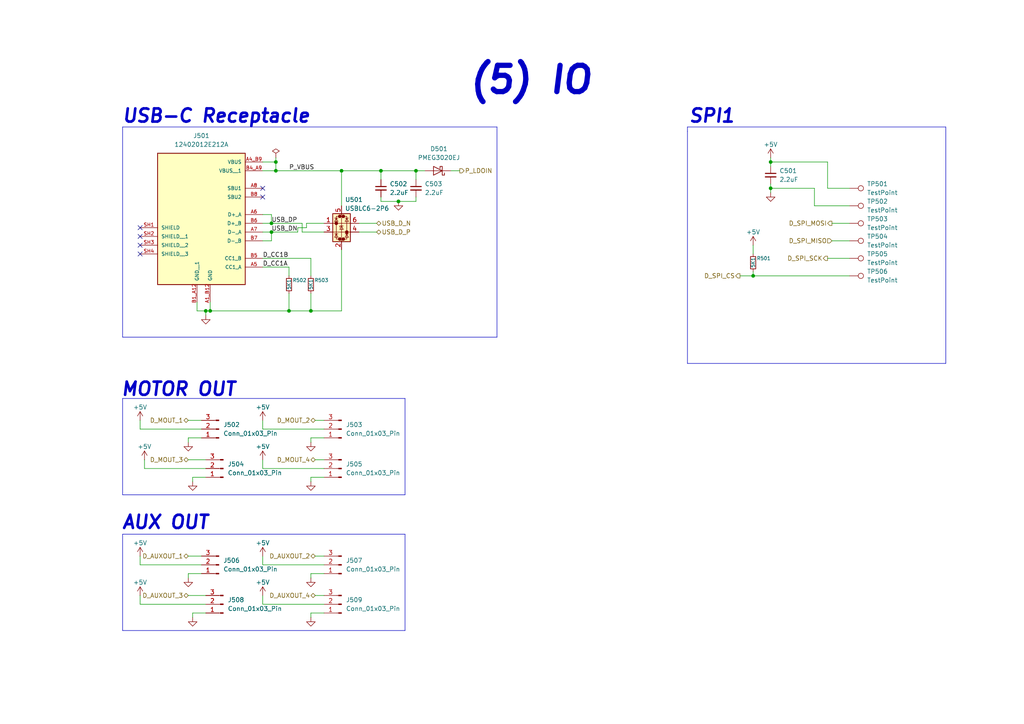
<source format=kicad_sch>
(kicad_sch (version 20250114) (generator "eeschema") (generator_version "9.0")
  (paper "A4")
  (title_block (title "Udayate") (date "2025-08-24") (rev "1"))
  (lib_symbols
    (symbol "Amphenol Type C:12402012E212A" (pin_names (offset 1.016))
      (property "Reference" "J2" (at 0 17.78 0))
      (property "Value" "12402012E212A" (at 0 15.24 0))
      (symbol "12402012E212A_0_0"
        (rectangle (start -12.7 12.7) (end 12.7 -25.4) (stroke (width 0.254)) (fill (type background)))
        (pin passive line (at -17.78 -8.89 0) (length 5.08) (name "SHIELD") (number "SH1"))
        (pin passive line (at -17.78 -11.43 0) (length 5.08) (name "SHIELD__1") (number "SH2"))
        (pin passive line (at -17.78 -13.97 0) (length 5.08) (name "SHIELD__2") (number "SH3"))
        (pin passive line (at -17.78 -16.51 0) (length 5.08) (name "SHIELD__3") (number "SH4"))
        (pin power_in line (at -1.27 -30.48 90) (length 5.08) (name "GND__1") (number "B1_A12"))
        (pin power_in line (at 2.54 -30.48 90) (length 5.08) (name "GND") (number "A1_B12"))
        (pin power_in line (at 17.78 10.16 180) (length 5.08) (name "VBUS") (number "A4_B9"))
        (pin power_in line (at 17.78 7.62 180) (length 5.08) (name "VBUS__1") (number "B4_A9"))
        (pin bidirectional line (at 17.78 2.54 180) (length 5.08) (name "SBU1") (number "A8"))
        (pin bidirectional line (at 17.78 0 180) (length 5.08) (name "SBU2") (number "B8"))
        (pin bidirectional line (at 17.78 -5.08 180) (length 5.08) (name "D+_A") (number "A6"))
        (pin bidirectional line (at 17.78 -7.62 180) (length 5.08) (name "D+_B") (number "B6"))
        (pin bidirectional line (at 17.78 -10.16 180) (length 5.08) (name "D-_A") (number "A7"))
        (pin bidirectional line (at 17.78 -12.7 180) (length 5.08) (name "D-_B") (number "B7"))
        (pin bidirectional line (at 17.78 -17.78 180) (length 5.08) (name "CC1_B") (number "B5"))
        (pin bidirectional line (at 17.78 -20.32 180) (length 5.08) (name "CC1_A") (number "A5"))
      )
    )
    (symbol "Connector:Conn_01x03_Pin" (pin_names (offset 1.016) (hide yes))
      (property "Reference" "J" (at 0 5.08 0))
      (property "Value" "Conn_01x03_Pin" (at 0 -5.08 0))
      (symbol "Conn_01x03_Pin_1_1"
        (rectangle (start 0.8636 2.667) (end 0 2.413) (stroke (width 0.1524)) (fill (type outline)))
        (rectangle (start 0.8636 0.127) (end 0 -0.127) (stroke (width 0.1524)) (fill (type outline)))
        (rectangle (start 0.8636 -2.413) (end 0 -2.667) (stroke (width 0.1524)) (fill (type outline)))
        (polyline (pts (xy 1.27 2.54) (xy 0.8636 2.54)) (stroke (width 0.1524)))
        (polyline (pts (xy 1.27 0) (xy 0.8636 0)) (stroke (width 0.1524)))
        (polyline (pts (xy 1.27 -2.54) (xy 0.8636 -2.54)) (stroke (width 0.1524)))
        (pin passive line (at 5.08 2.54 180) (length 3.81) (name "Pin_1") (number "1"))
        (pin passive line (at 5.08 0 180) (length 3.81) (name "Pin_2") (number "2"))
        (pin passive line (at 5.08 -2.54 180) (length 3.81) (name "Pin_3") (number "3"))
      )
    )
    (symbol "Connector:TestPoint" (pin_numbers (hide yes)) (pin_names (offset 0.762) (hide yes))
      (property "Reference" "TP" (at 0 6.858 0))
      (property "Value" "TestPoint" (at 0 5.08 0))
      (symbol "TestPoint_0_1"
        (circle (center 0 3.302) (radius 0.762))
      )
      (symbol "TestPoint_1_1"
        (pin passive line (at 0 0 90) (length 2.54) (name "1") (number "1"))
      )
    )
    (symbol "Device:C_Small" (pin_numbers (hide yes)) (pin_names (offset 0.254) (hide yes))
      (property "Reference" "C" (at 0.254 1.778 0))
      (property "Value" "C_Small" (at 0.254 -2.032 0))
      (symbol "C_Small_0_1"
        (polyline (pts (xy -1.524 0.508) (xy 1.524 0.508)) (stroke (width 0.3048)))
        (polyline (pts (xy -1.524 -0.508) (xy 1.524 -0.508)) (stroke (width 0.3302)))
      )
      (symbol "C_Small_1_1"
        (pin passive line (at 0 2.54 270) (length 2.032) (name "~") (number "1"))
        (pin passive line (at 0 -2.54 90) (length 2.032) (name "~") (number "2"))
      )
    )
    (symbol "Device:R_Small" (pin_numbers (hide yes)) (pin_names (offset 0.254) (hide yes))
      (property "Reference" "R" (at 0 0 90))
      (property "Value" "R_Small" (at 1.778 0 90))
      (symbol "R_Small_0_1"
        (rectangle (start -0.762 1.778) (end 0.762 -1.778) (stroke (width 0.2032)))
      )
      (symbol "R_Small_1_1"
        (pin passive line (at 0 2.54 270) (length 0.762) (name "~") (number "1"))
        (pin passive line (at 0 -2.54 90) (length 0.762) (name "~") (number "2"))
      )
    )
    (symbol "Diode:PMEG3020EJ" (pin_numbers (hide yes)) (pin_names (hide yes))
      (property "Reference" "D" (at 0 2.54 0))
      (property "Value" "PMEG3020EJ" (at 0 -2.54 0))
      (symbol "PMEG3020EJ_0_1"
        (polyline (pts (xy -1.905 0.635) (xy -1.905 1.27) (xy -1.27 1.27) (xy -1.27 -1.27) (xy -0.635 -1.27) (xy -0.635 -0.635)) (stroke (width 0.2032)))
        (polyline (pts (xy 1.27 1.27) (xy 1.27 -1.27) (xy -1.27 0) (xy 1.27 1.27)) (stroke (width 0.2032)))
        (polyline (pts (xy 1.27 0) (xy -1.27 0)))
      )
      (symbol "PMEG3020EJ_1_1"
        (pin passive line (at -3.81 0 0) (length 2.54) (name "K") (number "1"))
        (pin passive line (at 3.81 0 180) (length 2.54) (name "A") (number "2"))
      )
    )
    (symbol "Power_Protection:USBLC6-2P6" (pin_names (hide yes))
      (property "Reference" "U" (at 0.635 5.715 0))
      (property "Value" "USBLC6-2P6" (at 0.635 3.81 0))
      (symbol "USBLC6-2P6_0_0"
        (circle (center -1.524 0) (radius 0.0001) (stroke (width 0.508)))
        (circle (center -0.508 2.032) (radius 0.0001) (stroke (width 0.508)))
        (circle (center -0.508 -4.572) (radius 0.0001) (stroke (width 0.508)))
        (circle (center 0.508 2.032) (radius 0.0001) (stroke (width 0.508)))
        (circle (center 0.508 -4.572) (radius 0.0001) (stroke (width 0.508)))
        (circle (center 1.524 -2.54) (radius 0.0001) (stroke (width 0.508)))
      )
      (symbol "USBLC6-2P6_0_1"
        (polyline (pts (xy -2.54 0) (xy 2.54 0)))
        (polyline (pts (xy -2.54 -2.54) (xy 2.54 -2.54)))
        (polyline (pts (xy -2.032 0.508) (xy -1.016 0.508) (xy -1.524 1.524) (xy -2.032 0.508)))
        (polyline (pts (xy -2.032 -3.048) (xy -1.016 -3.048)))
        (polyline (pts (xy -1.016 1.524) (xy -2.032 1.524)))
        (polyline (pts (xy -1.016 -4.064) (xy -2.032 -4.064) (xy -1.524 -3.048) (xy -1.016 -4.064)))
        (polyline (pts (xy -0.508 -1.143) (xy -0.508 -0.762) (xy 0.508 -0.762)))
        (polyline (pts (xy 0 2.54) (xy -0.508 2.032) (xy 0.508 2.032) (xy 0 1.524) (xy 0 -4.064) (xy -0.508 -4.572) (xy 0.508 -4.572) (xy 0 -5.08)))
        (polyline (pts (xy 0.508 -1.778) (xy -0.508 -1.778) (xy 0 -0.762) (xy 0.508 -1.778)))
        (polyline (pts (xy 1.016 1.524) (xy 2.032 1.524)))
        (polyline (pts (xy 1.016 -3.048) (xy 2.032 -3.048)))
        (polyline (pts (xy 2.032 0.508) (xy 1.016 0.508) (xy 1.524 1.524) (xy 2.032 0.508)))
        (polyline (pts (xy 2.032 -4.064) (xy 1.016 -4.064) (xy 1.524 -3.048) (xy 2.032 -4.064)))
      )
      (symbol "USBLC6-2P6_1_1"
        (rectangle (start -2.54 2.794) (end 2.54 -5.334) (stroke (width 0.254)) (fill (type background)))
        (polyline (pts (xy -0.508 2.032) (xy -1.524 2.032) (xy -1.524 -4.572) (xy -0.508 -4.572)))
        (polyline (pts (xy 0.508 -4.572) (xy 1.524 -4.572) (xy 1.524 2.032) (xy 0.508 2.032)))
        (pin passive line (at -5.08 0 0) (length 2.54) (name "I/O1") (number "1"))
        (pin passive line (at -5.08 -2.54 0) (length 2.54) (name "I/O2") (number "3"))
        (pin passive line (at 0 5.08 270) (length 2.54) (name "VBUS") (number "5"))
        (pin passive line (at 0 -7.62 90) (length 2.54) (name "GND") (number "2"))
        (pin passive line (at 5.08 0 180) (length 2.54) (name "I/O1") (number "6"))
        (pin passive line (at 5.08 -2.54 180) (length 2.54) (name "I/O2") (number "4"))
      )
    )
    (symbol "power:+5V" (power) (pin_numbers (hide yes)) (pin_names (offset 0) (hide yes))
      (property "Value" "+5V" (at 0 3.556 0))
      (symbol "+5V_0_1"
        (polyline (pts (xy -0.762 1.27) (xy 0 2.54)))
        (polyline (pts (xy 0 2.54) (xy 0.762 1.27)))
        (polyline (pts (xy 0 0) (xy 0 2.54)))
      )
      (symbol "+5V_1_1"
        (pin power_in line (at 0 0 90) (length 0) (name "~") (number "1"))
      )
    )
    (symbol "power:GND" (power) (pin_numbers (hide yes)) (pin_names (offset 0) (hide yes))
      (property "Value" "GND" (at 0 -3.81 0))
      (symbol "GND_0_1"
        (polyline (pts (xy 0 0) (xy 0 -1.27) (xy 1.27 -1.27) (xy 0 -2.54) (xy -1.27 -1.27) (xy 0 -1.27)))
      )
      (symbol "GND_1_1"
        (pin power_in line (at 0 0 270) (length 0) (name "~") (number "1"))
      )
    )
    (symbol "power:PWR_FLAG" (power) (pin_numbers (hide yes)) (pin_names (offset 0) (hide yes))
      (property "Value" "PWR_FLAG" (at 0 3.81 0))
      (symbol "PWR_FLAG_0_0"
        (pin power_out line (at 0 0 90) (length 0) (name "~") (number "1"))
      )
      (symbol "PWR_FLAG_0_1"
        (polyline (pts (xy 0 0) (xy 0 1.27) (xy -1.016 1.905) (xy 0 2.54) (xy 1.016 1.905) (xy 0 1.27)))
      )
    )
  )
  (text "MOTOR OUT" (at 51.816 113.03 0) (effects (font (size 3.81 3.81) (thickness 0.762) (bold yes) (italic yes))))
  (text "SPI1" (at 206.502 33.782 0) (effects (font (size 3.81 3.81) (thickness 0.762) (bold yes) (italic yes))))
  (text "USB-C Receptacle" (at 62.738 33.782 0) (effects (font (size 3.81 3.81) (thickness 0.762) (bold yes) (italic yes))))
  (text "(5) IO" (at 153.924 23.368 0) (effects (font (size 7.62 7.62) (thickness 1.524) (bold yes) (italic yes))))
  (text "AUX OUT" (at 48.006 151.638 0) (effects (font (size 3.81 3.81) (thickness 0.762) (bold yes) (italic yes))))
  (junction (at 83.82 90.17))
  (junction (at 78.74 67.31))
  (junction (at 223.52 46.99))
  (junction (at 80.01 49.53))
  (junction (at 110.49 49.53))
  (junction (at 218.44 80.01))
  (junction (at 60.96 90.17))
  (junction (at 115.57 58.42))
  (junction (at 99.06 49.53))
  (junction (at 120.65 49.53))
  (junction (at 90.17 90.17))
  (junction (at 78.74 64.77))
  (junction (at 80.01 46.99))
  (junction (at 223.52 54.61))
  (junction (at 59.69 90.17))
  (no_connect (at 40.64 68.58))
  (no_connect (at 40.64 73.66))
  (no_connect (at 76.2 57.15))
  (no_connect (at 40.64 71.12))
  (no_connect (at 76.2 54.61))
  (no_connect (at 40.64 66.04))
  (polyline (pts (xy 199.39 38.1) (xy 199.39 105.41)))
  (wire (pts (xy 76.2 175.26) (xy 93.98 175.26)))
  (wire (pts (xy 54.61 128.27) (xy 54.61 127)))
  (wire (pts (xy 93.98 64.77) (xy 88.9 64.77)))
  (wire (pts (xy 76.2 74.93) (xy 90.17 74.93)))
  (wire (pts (xy 90.17 128.27) (xy 90.17 127)))
  (wire (pts (xy 57.15 87.63) (xy 57.15 90.17)))
  (wire (pts (xy 78.74 67.31) (xy 86.36 67.31)))
  (wire (pts (xy 83.82 85.09) (xy 83.82 90.17)))
  (wire (pts (xy 246.38 54.61) (xy 240.03 54.61)))
  (wire (pts (xy 91.44 133.35) (xy 93.98 133.35)))
  (wire (pts (xy 54.61 167.64) (xy 54.61 166.37)))
  (wire (pts (xy 41.91 135.89) (xy 59.69 135.89)))
  (wire (pts (xy 214.63 80.01) (xy 218.44 80.01)))
  (wire (pts (xy 223.52 54.61) (xy 223.52 55.88)))
  (wire (pts (xy 76.2 172.72) (xy 76.2 175.26)))
  (wire (pts (xy 40.64 161.29) (xy 40.64 163.83)))
  (wire (pts (xy 110.49 58.42) (xy 115.57 58.42)))
  (polyline (pts (xy 199.39 36.83) (xy 199.39 38.1)))
  (wire (pts (xy 90.17 166.37) (xy 93.98 166.37)))
  (wire (pts (xy 120.65 57.15) (xy 120.65 58.42)))
  (wire (pts (xy 76.2 46.99) (xy 80.01 46.99)))
  (wire (pts (xy 40.64 121.92) (xy 40.64 124.46)))
  (wire (pts (xy 55.88 177.8) (xy 59.69 177.8)))
  (wire (pts (xy 130.81 49.53) (xy 133.35 49.53)))
  (wire (pts (xy 218.44 71.12) (xy 218.44 73.66)))
  (wire (pts (xy 76.2 161.29) (xy 76.2 163.83)))
  (wire (pts (xy 223.52 46.99) (xy 223.52 48.26)))
  (wire (pts (xy 218.44 78.74) (xy 218.44 80.01)))
  (polyline (pts (xy 35.56 97.79) (xy 144.145 97.79)))
  (wire (pts (xy 87.63 67.31) (xy 87.63 64.77)))
  (wire (pts (xy 99.06 72.39) (xy 99.06 90.17)))
  (wire (pts (xy 54.61 121.92) (xy 58.42 121.92)))
  (polyline (pts (xy 35.56 143.51) (xy 117.475 143.51)))
  (wire (pts (xy 54.61 127) (xy 58.42 127)))
  (wire (pts (xy 59.69 90.17) (xy 60.96 90.17)))
  (wire (pts (xy 76.2 121.92) (xy 76.2 124.46)))
  (wire (pts (xy 241.3 69.85) (xy 246.38 69.85)))
  (wire (pts (xy 80.01 46.99) (xy 80.01 49.53)))
  (wire (pts (xy 40.64 163.83) (xy 58.42 163.83)))
  (wire (pts (xy 80.01 45.72) (xy 80.01 46.99)))
  (wire (pts (xy 241.3 64.77) (xy 246.38 64.77)))
  (wire (pts (xy 90.17 179.07) (xy 90.17 177.8)))
  (wire (pts (xy 91.44 172.72) (xy 93.98 172.72)))
  (wire (pts (xy 110.49 49.53) (xy 110.49 52.07)))
  (wire (pts (xy 54.61 166.37) (xy 58.42 166.37)))
  (wire (pts (xy 90.17 127) (xy 93.98 127)))
  (polyline (pts (xy 35.56 36.83) (xy 35.56 97.79)))
  (wire (pts (xy 218.44 80.01) (xy 246.38 80.01)))
  (wire (pts (xy 90.17 139.7) (xy 90.17 138.43)))
  (wire (pts (xy 76.2 163.83) (xy 93.98 163.83)))
  (wire (pts (xy 40.64 172.72) (xy 40.64 175.26)))
  (wire (pts (xy 40.64 175.26) (xy 59.69 175.26)))
  (wire (pts (xy 76.2 69.85) (xy 78.74 69.85)))
  (wire (pts (xy 76.2 133.35) (xy 76.2 135.89)))
  (wire (pts (xy 90.17 138.43) (xy 93.98 138.43)))
  (wire (pts (xy 236.22 59.69) (xy 236.22 54.61)))
  (wire (pts (xy 110.49 49.53) (xy 120.65 49.53)))
  (wire (pts (xy 88.9 66.04) (xy 86.36 66.04)))
  (wire (pts (xy 76.2 49.53) (xy 80.01 49.53)))
  (wire (pts (xy 83.82 77.47) (xy 83.82 80.01)))
  (polyline (pts (xy 117.475 143.51) (xy 117.475 115.57)))
  (wire (pts (xy 90.17 167.64) (xy 90.17 166.37)))
  (wire (pts (xy 55.88 138.43) (xy 59.69 138.43)))
  (wire (pts (xy 76.2 124.46) (xy 93.98 124.46)))
  (wire (pts (xy 88.9 64.77) (xy 88.9 66.04)))
  (polyline (pts (xy 35.56 36.83) (xy 144.145 36.83)))
  (wire (pts (xy 90.17 74.93) (xy 90.17 80.01)))
  (wire (pts (xy 76.2 62.23) (xy 78.74 62.23)))
  (wire (pts (xy 240.03 54.61) (xy 240.03 46.99)))
  (wire (pts (xy 57.15 90.17) (xy 59.69 90.17)))
  (wire (pts (xy 60.96 87.63) (xy 60.96 90.17)))
  (wire (pts (xy 76.2 67.31) (xy 78.74 67.31)))
  (wire (pts (xy 120.65 49.53) (xy 120.65 52.07)))
  (wire (pts (xy 76.2 64.77) (xy 78.74 64.77)))
  (polyline (pts (xy 35.56 115.57) (xy 117.475 115.57)))
  (wire (pts (xy 78.74 62.23) (xy 78.74 64.77)))
  (wire (pts (xy 54.61 161.29) (xy 58.42 161.29)))
  (wire (pts (xy 93.98 67.31) (xy 87.63 67.31)))
  (wire (pts (xy 40.64 124.46) (xy 58.42 124.46)))
  (wire (pts (xy 83.82 90.17) (xy 90.17 90.17)))
  (wire (pts (xy 80.01 49.53) (xy 99.06 49.53)))
  (wire (pts (xy 236.22 54.61) (xy 223.52 54.61)))
  (wire (pts (xy 223.52 45.72) (xy 223.52 46.99)))
  (wire (pts (xy 99.06 49.53) (xy 99.06 59.69)))
  (polyline (pts (xy 35.56 154.94) (xy 117.475 154.94)))
  (wire (pts (xy 59.69 90.17) (xy 59.69 91.44)))
  (wire (pts (xy 76.2 135.89) (xy 93.98 135.89)))
  (wire (pts (xy 60.96 90.17) (xy 83.82 90.17)))
  (wire (pts (xy 240.03 46.99) (xy 223.52 46.99)))
  (polyline (pts (xy 35.56 182.88) (xy 117.475 182.88)))
  (wire (pts (xy 90.17 85.09) (xy 90.17 90.17)))
  (wire (pts (xy 86.36 66.04) (xy 86.36 67.31)))
  (wire (pts (xy 91.44 121.92) (xy 93.98 121.92)))
  (wire (pts (xy 104.14 64.77) (xy 109.22 64.77)))
  (wire (pts (xy 90.17 90.17) (xy 99.06 90.17)))
  (wire (pts (xy 54.61 133.35) (xy 59.69 133.35)))
  (wire (pts (xy 91.44 161.29) (xy 93.98 161.29)))
  (wire (pts (xy 55.88 179.07) (xy 55.88 177.8)))
  (wire (pts (xy 110.49 57.15) (xy 110.49 58.42)))
  (polyline (pts (xy 35.56 154.94) (xy 35.56 182.88)))
  (polyline (pts (xy 144.145 97.79) (xy 144.145 36.83)))
  (polyline (pts (xy 35.56 115.57) (xy 35.56 143.51)))
  (wire (pts (xy 240.03 74.93) (xy 246.38 74.93)))
  (wire (pts (xy 78.74 67.31) (xy 78.74 69.85)))
  (wire (pts (xy 90.17 177.8) (xy 93.98 177.8)))
  (wire (pts (xy 223.52 53.34) (xy 223.52 54.61)))
  (polyline (pts (xy 199.39 105.41) (xy 274.32 105.41)))
  (wire (pts (xy 115.57 58.42) (xy 120.65 58.42)))
  (polyline (pts (xy 274.32 36.83) (xy 199.39 36.83)))
  (wire (pts (xy 120.65 49.53) (xy 123.19 49.53)))
  (polyline (pts (xy 274.32 105.41) (xy 274.32 36.83)))
  (wire (pts (xy 246.38 59.69) (xy 236.22 59.69)))
  (wire (pts (xy 104.14 67.31) (xy 109.22 67.31)))
  (wire (pts (xy 99.06 49.53) (xy 110.49 49.53)))
  (polyline (pts (xy 117.475 182.88) (xy 117.475 154.94)))
  (wire (pts (xy 76.2 77.47) (xy 83.82 77.47)))
  (wire (pts (xy 41.91 133.35) (xy 41.91 135.89)))
  (wire (pts (xy 78.74 64.77) (xy 87.63 64.77)))
  (wire (pts (xy 55.88 139.7) (xy 55.88 138.43)))
  (wire (pts (xy 54.61 172.72) (xy 59.69 172.72)))
  (label "USB_DN" (at 78.74 67.31 0))
  (label "P_VBUS" (at 83.82 49.53 0))
  (label "D_CC1B" (at 76.2 74.93 0) (effects (font (thickness 0.1588))))
  (label "USB_DP" (at 78.74 64.77 0))
  (label "D_CC1A" (at 76.2 77.47 0) (effects (font (thickness 0.1588))))
  (hierarchical_label "D_MOUT_4" (shape bidirectional) (at 91.44 133.35 180))
  (hierarchical_label "P_LDOIN" (shape output) (at 133.35 49.53 0))
  (hierarchical_label "D_MOUT_1" (shape bidirectional) (at 54.61 121.92 180))
  (hierarchical_label "D_AUXOUT_2" (shape bidirectional) (at 91.44 161.29 180))
  (hierarchical_label "D_MOUT_3" (shape bidirectional) (at 54.61 133.35 180))
  (hierarchical_label "D_AUXOUT_3" (shape bidirectional) (at 54.61 172.72 180))
  (hierarchical_label "D_SPI_MOSI" (shape output) (at 241.3 64.77 180))
  (hierarchical_label "D_SPI_CS" (shape output) (at 214.63 80.01 180))
  (hierarchical_label "USB_D_P" (shape bidirectional) (at 109.22 67.31 0))
  (hierarchical_label "D_SPI_MISO" (shape input) (at 241.3 69.85 180))
  (hierarchical_label "D_AUXOUT_4" (shape bidirectional) (at 91.44 172.72 180))
  (hierarchical_label "D_MOUT_2" (shape bidirectional) (at 91.44 121.92 180))
  (hierarchical_label "D_AUXOUT_1" (shape bidirectional) (at 54.61 161.29 180))
  (hierarchical_label "USB_D_N" (shape bidirectional) (at 109.22 64.77 0))
  (hierarchical_label "D_SPI_SCK" (shape output) (at 240.03 74.93 180))
  (symbol (lib_id "power:+5V") (at 76.2 133.35 0) (unit 1)
    (property "Reference" "#PWR0511" (effects (hide yes)))
    (property "Value" "+5V" (at 76.2 129.54 0))
    (property "Description" "Power symbol creates a global label with name \"+5V\"" (effects (hide yes)))
  )
  (symbol (lib_id "power:GND") (at 54.61 167.64 0) (unit 1)
    (property "Reference" "#PWR0516" (effects (hide yes)))
    (property "Value" "GND" (effects (hide yes)))
    (property "Description" "Power symbol creates a global label with name \"GND\" , ground" (effects (hide yes)))
  )
  (symbol (lib_id "power:GND") (at 90.17 167.64 0) (unit 1)
    (property "Reference" "#PWR0517" (effects (hide yes)))
    (property "Value" "GND" (effects (hide yes)))
    (property "Description" "Power symbol creates a global label with name \"GND\" , ground" (effects (hide yes)))
  )
  (symbol (lib_id "Device:R_Small") (at 218.44 76.2 0) (unit 1)
    (property "Reference" "R501" (at 219.456 74.93 0) (effects (font (size 1.016 1.016)) (justify left)))
    (property "Value" "5K1" (at 218.44 77.724 90) (effects (font (size 1.016 1.016)) (justify left)))
    (property "Footprint" "Resistor_SMD:R_0603_1608Metric_Pad0.98x0.95mm_HandSolder" (effects (hide yes)))
    (property "Description" "Resistor, small symbol" (effects (hide yes)))
    (property "MPN" "CR0603-FX-5101ELF" (effects (hide yes)))
    (property "Manufacturer" "Bourns" (effects (hide yes)))
  )
  (symbol (lib_id "power:PWR_FLAG") (at 80.01 45.72 0) (unit 1)
    (property "Reference" "#FLG0501" (effects (hide yes)))
    (property "Value" "PWR_FLAG" (effects (hide yes)))
    (property "Description" "Special symbol for telling ERC where power comes from" (effects (hide yes)))
  )
  (symbol (lib_id "power:GND") (at 54.61 128.27 0) (unit 1)
    (property "Reference" "#PWR0508" (effects (hide yes)))
    (property "Value" "GND" (effects (hide yes)))
    (property "Description" "Power symbol creates a global label with name \"GND\" , ground" (effects (hide yes)))
  )
  (symbol (lib_id "power:+5V") (at 76.2 161.29 0) (unit 1)
    (property "Reference" "#PWR0515" (effects (hide yes)))
    (property "Value" "+5V" (at 76.2 157.48 0))
    (property "Description" "Power symbol creates a global label with name \"+5V\"" (effects (hide yes)))
  )
  (symbol (lib_id "power:+5V") (at 223.52 45.72 0) (unit 1)
    (property "Reference" "#PWR0501" (effects (hide yes)))
    (property "Value" "+5V" (at 223.52 41.91 0))
    (property "Description" "Power symbol creates a global label with name \"+5V\"" (effects (hide yes)))
  )
  (symbol (lib_id "Connector:Conn_01x03_Pin") (at 99.06 135.89 180) (unit 1)
    (property "Reference" "J505" (at 100.33 134.6199 0) (effects (justify right)))
    (property "Value" "Conn_01x03_Pin" (at 100.33 137.1599 0) (effects (justify right)))
    (property "Footprint" "Connector_PinHeader_2.54mm:PinHeader_1x03_P2.54mm_Vertical" (effects (hide yes)))
    (property "Description" "Generic connector, single row, 01x03, script generated" (effects (hide yes)))
  )
  (symbol (lib_id "Connector:TestPoint") (at 246.38 64.77 270) (unit 1)
    (property "Reference" "TP503" (at 251.46 63.4999 90) (effects (justify left)))
    (property "Value" "TestPoint" (at 251.46 66.0399 90) (effects (justify left)))
    (property "Footprint" "TestPoint:TestPoint_Pad_1.0x1.0mm" (effects (hide yes)))
    (property "Description" "test point" (effects (hide yes)))
  )
  (symbol (lib_id "Diode:PMEG3020EJ") (at 127 49.53 180) (unit 1)
    (property "Reference" "D501" (at 127.3175 43.18 0))
    (property "Value" "PMEG3020EJ" (at 127.3175 45.72 0))
    (property "Footprint" "Diode_SMD:D_SOD-323F" (effects (hide yes)))
    (property "Datasheet" "https://assets.nexperia.com/documents/data-sheet/PMEG3020EH_EJ.pdf" (effects (hide yes)))
    (property "Description" "30V, 2A ultra low Vf MEGA Schottky barrier rectifier, SOD-323F" (effects (hide yes)))
    (property "MPN" "PMEG3020EJ,115" (effects (hide yes)))
    (property "Manufacturer" "Nexperia" (effects (hide yes)))
  )
  (symbol (lib_id "power:+5V") (at 41.91 133.35 0) (unit 1)
    (property "Reference" "#PWR0510" (effects (hide yes)))
    (property "Value" "+5V" (at 41.91 129.54 0))
    (property "Description" "Power symbol creates a global label with name \"+5V\"" (effects (hide yes)))
  )
  (symbol (lib_id "Connector:TestPoint") (at 246.38 69.85 270) (unit 1)
    (property "Reference" "TP504" (at 251.46 68.5799 90) (effects (justify left)))
    (property "Value" "TestPoint" (at 251.46 71.1199 90) (effects (justify left)))
    (property "Footprint" "TestPoint:TestPoint_Pad_1.0x1.0mm" (effects (hide yes)))
    (property "Description" "test point" (effects (hide yes)))
  )
  (symbol (lib_id "Device:C_Small") (at 120.65 54.61 0) (unit 1)
    (property "Reference" "C503" (at 123.19 53.3462 0) (effects (justify left)))
    (property "Value" "2.2uF" (at 123.19 55.8862 0) (effects (justify left)))
    (property "Footprint" "Capacitor_SMD:C_0805_2012Metric_Pad1.18x1.45mm_HandSolder" (effects (hide yes)))
    (property "Description" "Ceramic Capacitor, Ceramic, 16V, 20% +Tol, 20% -Tol, X7R, 15% TC, 2.2uF, Surface Mount, 0805" (effects (hide yes)))
    (property "MPN" "GCM21BR71C225MA64L" (effects (hide yes)))
    (property "Manufacturer" "Murata" (effects (hide yes)))
  )
  (symbol (lib_id "Device:R_Small") (at 90.17 82.55 0) (unit 1)
    (property "Reference" "R503" (at 91.186 81.28 0) (effects (font (size 1.016 1.016)) (justify left)))
    (property "Value" "5K1" (at 90.17 84.074 90) (effects (font (size 1.016 1.016)) (justify left)))
    (property "Footprint" "Resistor_SMD:R_0603_1608Metric_Pad0.98x0.95mm_HandSolder" (effects (hide yes)))
    (property "Description" "Resistor, small symbol" (effects (hide yes)))
    (property "MPN" "CR0603-FX-5101ELF" (effects (hide yes)))
    (property "Manufacturer" "Bourns" (effects (hide yes)))
  )
  (symbol (lib_id "Device:C_Small") (at 223.52 50.8 0) (unit 1)
    (property "Reference" "C501" (at 226.06 49.5362 0) (effects (justify left)))
    (property "Value" "2.2uF" (at 226.06 52.0762 0) (effects (justify left)))
    (property "Footprint" "Capacitor_SMD:C_0805_2012Metric_Pad1.18x1.45mm_HandSolder" (effects (hide yes)))
    (property "Description" "Ceramic Capacitor, Ceramic, 16V, 20% +Tol, 20% -Tol, X7R, 15% TC, 2.2uF, Surface Mount, 0805" (effects (hide yes)))
    (property "MPN" "GCM21BR71C225MA64L" (effects (hide yes)))
    (property "Manufacturer" "Murata" (effects (hide yes)))
  )
  (symbol (lib_id "Connector:Conn_01x03_Pin") (at 63.5 163.83 180) (unit 1)
    (property "Reference" "J506" (at 64.77 162.5599 0) (effects (justify right)))
    (property "Value" "Conn_01x03_Pin" (at 64.77 165.0999 0) (effects (justify right)))
    (property "Footprint" "Connector_PinHeader_2.54mm:PinHeader_1x03_P2.54mm_Vertical" (effects (hide yes)))
    (property "Description" "Generic connector, single row, 01x03, script generated" (effects (hide yes)))
  )
  (symbol (lib_id "power:GND") (at 90.17 179.07 0) (unit 1)
    (property "Reference" "#PWR0521" (effects (hide yes)))
    (property "Value" "GND" (effects (hide yes)))
    (property "Description" "Power symbol creates a global label with name \"GND\" , ground" (effects (hide yes)))
  )
  (symbol (lib_id "power:GND") (at 90.17 139.7 0) (unit 1)
    (property "Reference" "#PWR0513" (effects (hide yes)))
    (property "Value" "GND" (effects (hide yes)))
    (property "Description" "Power symbol creates a global label with name \"GND\" , ground" (effects (hide yes)))
  )
  (symbol (lib_id "Connector:TestPoint") (at 246.38 54.61 270) (unit 1)
    (property "Reference" "TP501" (at 251.46 53.3399 90) (effects (justify left)))
    (property "Value" "TestPoint" (at 251.46 55.8799 90) (effects (justify left)))
    (property "Footprint" "TestPoint:TestPoint_Pad_1.0x1.0mm" (effects (hide yes)))
    (property "Description" "test point" (effects (hide yes)))
  )
  (symbol (lib_id "power:GND") (at 90.17 128.27 0) (unit 1)
    (property "Reference" "#PWR0509" (effects (hide yes)))
    (property "Value" "GND" (effects (hide yes)))
    (property "Description" "Power symbol creates a global label with name \"GND\" , ground" (effects (hide yes)))
  )
  (symbol (lib_id "power:+5V") (at 40.64 172.72 0) (unit 1)
    (property "Reference" "#PWR0518" (effects (hide yes)))
    (property "Value" "+5V" (at 40.64 168.91 0))
    (property "Description" "Power symbol creates a global label with name \"+5V\"" (effects (hide yes)))
  )
  (symbol (lib_id "power:GND") (at 55.88 179.07 0) (unit 1)
    (property "Reference" "#PWR0520" (effects (hide yes)))
    (property "Value" "GND" (effects (hide yes)))
    (property "Description" "Power symbol creates a global label with name \"GND\" , ground" (effects (hide yes)))
  )
  (symbol (lib_id "Device:C_Small") (at 110.49 54.61 0) (unit 1)
    (property "Reference" "C502" (at 113.03 53.3462 0) (effects (justify left)))
    (property "Value" "2.2uF" (at 113.03 55.8862 0) (effects (justify left)))
    (property "Footprint" "Capacitor_SMD:C_0805_2012Metric_Pad1.18x1.45mm_HandSolder" (effects (hide yes)))
    (property "Description" "Ceramic Capacitor, Ceramic, 16V, 20% +Tol, 20% -Tol, X7R, 15% TC, 2.2uF, Surface Mount, 0805" (effects (hide yes)))
    (property "MPN" "GCM21BR71C225MA64L" (effects (hide yes)))
    (property "Manufacturer" "Murata" (effects (hide yes)))
  )
  (symbol (lib_id "Connector:Conn_01x03_Pin") (at 64.77 135.89 180) (unit 1)
    (property "Reference" "J504" (at 66.04 134.6199 0) (effects (justify right)))
    (property "Value" "Conn_01x03_Pin" (at 66.04 137.1599 0) (effects (justify right)))
    (property "Footprint" "Connector_PinHeader_2.54mm:PinHeader_1x03_P2.54mm_Vertical" (effects (hide yes)))
    (property "Description" "Generic connector, single row, 01x03, script generated" (effects (hide yes)))
  )
  (symbol (lib_id "power:GND") (at 223.52 55.88 0) (unit 1)
    (property "Reference" "#PWR0502" (effects (hide yes)))
    (property "Value" "GND" (effects (hide yes)))
    (property "Description" "Power symbol creates a global label with name \"GND\" , ground" (effects (hide yes)))
  )
  (symbol (lib_id "Connector:TestPoint") (at 246.38 59.69 270) (unit 1)
    (property "Reference" "TP502" (at 251.46 58.4199 90) (effects (justify left)))
    (property "Value" "TestPoint" (at 251.46 60.9599 90) (effects (justify left)))
    (property "Footprint" "TestPoint:TestPoint_Pad_1.0x1.0mm" (effects (hide yes)))
    (property "Description" "test point" (effects (hide yes)))
  )
  (symbol (lib_id "Connector:Conn_01x03_Pin") (at 99.06 124.46 180) (unit 1)
    (property "Reference" "J503" (at 100.33 123.1899 0) (effects (justify right)))
    (property "Value" "Conn_01x03_Pin" (at 100.33 125.7299 0) (effects (justify right)))
    (property "Footprint" "Connector_PinHeader_2.54mm:PinHeader_1x03_P2.54mm_Vertical" (effects (hide yes)))
    (property "Description" "Generic connector, single row, 01x03, script generated" (effects (hide yes)))
  )
  (symbol (lib_id "Connector:Conn_01x03_Pin") (at 63.5 124.46 180) (unit 1)
    (property "Reference" "J502" (at 64.77 123.1899 0) (effects (justify right)))
    (property "Value" "Conn_01x03_Pin" (at 64.77 125.7299 0) (effects (justify right)))
    (property "Footprint" "Connector_PinHeader_2.54mm:PinHeader_1x03_P2.54mm_Vertical" (effects (hide yes)))
    (property "Description" "Generic connector, single row, 01x03, script generated" (effects (hide yes)))
  )
  (symbol (lib_id "Amphenol Type C:12402012E212A") (at 58.42 57.15 0) (unit 1)
    (property "Reference" "J501" (at 58.42 39.37 0))
    (property "Value" "12402012E212A" (at 58.42 41.91 0))
    (property "Footprint" "Amphenol Type C 12402012E212A:AMPHENOL_12402012E212A" (effects (hide yes)))
    (property "PARTREV" "4" (effects (hide yes)))
    (property "STANDARD" "Manufacturer Recommendations" (effects (hide yes)))
    (property "MAXIMUM_PACKAGE_HEIGHT" "3.26 mm" (effects (hide yes)))
    (property "MANUFACTURER" "Amphenol" (effects (hide yes)))
    (property "MPN" "12402012E212A" (effects (hide yes)))
    (property "Manufacturer" "Amphenol" (effects (hide yes)))
  )
  (symbol (lib_id "power:GND") (at 55.88 139.7 0) (unit 1)
    (property "Reference" "#PWR0512" (effects (hide yes)))
    (property "Value" "GND" (effects (hide yes)))
    (property "Description" "Power symbol creates a global label with name \"GND\" , ground" (effects (hide yes)))
  )
  (symbol (lib_id "power:+5V") (at 40.64 161.29 0) (unit 1)
    (property "Reference" "#PWR0514" (effects (hide yes)))
    (property "Value" "+5V" (at 40.64 157.48 0))
    (property "Description" "Power symbol creates a global label with name \"+5V\"" (effects (hide yes)))
  )
  (symbol (lib_id "power:+5V") (at 218.44 71.12 0) (unit 1)
    (property "Reference" "#PWR0504" (effects (hide yes)))
    (property "Value" "+5V" (at 218.44 67.31 0))
    (property "Description" "Power symbol creates a global label with name \"+5V\"" (effects (hide yes)))
  )
  (symbol (lib_id "power:+5V") (at 40.64 121.92 0) (unit 1)
    (property "Reference" "#PWR0506" (effects (hide yes)))
    (property "Value" "+5V" (at 40.64 118.11 0))
    (property "Description" "Power symbol creates a global label with name \"+5V\"" (effects (hide yes)))
  )
  (symbol (lib_id "power:GND") (at 115.57 58.42 0) (unit 1)
    (property "Reference" "#PWR0503" (effects (hide yes)))
    (property "Value" "GND" (effects (hide yes)))
    (property "Description" "Power symbol creates a global label with name \"GND\" , ground" (effects (hide yes)))
  )
  (symbol (lib_id "Connector:Conn_01x03_Pin") (at 99.06 163.83 180) (unit 1)
    (property "Reference" "J507" (at 100.33 162.5599 0) (effects (justify right)))
    (property "Value" "Conn_01x03_Pin" (at 100.33 165.0999 0) (effects (justify right)))
    (property "Footprint" "Connector_PinHeader_2.54mm:PinHeader_1x03_P2.54mm_Vertical" (effects (hide yes)))
    (property "Description" "Generic connector, single row, 01x03, script generated" (effects (hide yes)))
  )
  (symbol (lib_id "power:+5V") (at 76.2 121.92 0) (unit 1)
    (property "Reference" "#PWR0507" (effects (hide yes)))
    (property "Value" "+5V" (at 76.2 118.11 0))
    (property "Description" "Power symbol creates a global label with name \"+5V\"" (effects (hide yes)))
  )
  (symbol (lib_id "Connector:Conn_01x03_Pin") (at 99.06 175.26 180) (unit 1)
    (property "Reference" "J509" (at 100.33 173.9899 0) (effects (justify right)))
    (property "Value" "Conn_01x03_Pin" (at 100.33 176.5299 0) (effects (justify right)))
    (property "Footprint" "Connector_PinHeader_2.54mm:PinHeader_1x03_P2.54mm_Vertical" (effects (hide yes)))
    (property "Description" "Generic connector, single row, 01x03, script generated" (effects (hide yes)))
  )
  (symbol (lib_id "power:GND") (at 59.69 91.44 0) (unit 1)
    (property "Reference" "#PWR0505" (effects (hide yes)))
    (property "Value" "GND" (effects (hide yes)))
    (property "Description" "Power symbol creates a global label with name \"GND\" , ground" (effects (hide yes)))
  )
  (symbol (lib_id "Connector:TestPoint") (at 246.38 74.93 270) (unit 1)
    (property "Reference" "TP505" (at 251.46 73.6599 90) (effects (justify left)))
    (property "Value" "TestPoint" (at 251.46 76.1999 90) (effects (justify left)))
    (property "Footprint" "TestPoint:TestPoint_Pad_1.0x1.0mm" (effects (hide yes)))
    (property "Description" "test point" (effects (hide yes)))
  )
  (symbol (lib_id "Power_Protection:USBLC6-2P6") (at 99.06 64.77 0) (unit 1)
    (property "Reference" "U501" (at 100.076 57.912 0) (effects (justify left)))
    (property "Value" "USBLC6-2P6" (at 100.076 60.452 0) (effects (justify left)))
    (property "Footprint" "Package_TO_SOT_SMD:SOT-666" (effects (hide yes)))
    (property "Datasheet" "https://www.st.com/resource/en/datasheet/usblc6-2.pdf" (effects (hide yes)))
    (property "Description" "Very low capacitance ESD protection diode, 2 data-line, SOT-666" (effects (hide yes)))
  )
  (symbol (lib_id "Connector:TestPoint") (at 246.38 80.01 270) (unit 1)
    (property "Reference" "TP506" (at 251.46 78.7399 90) (effects (justify left)))
    (property "Value" "TestPoint" (at 251.46 81.2799 90) (effects (justify left)))
    (property "Footprint" "TestPoint:TestPoint_Pad_1.0x1.0mm" (effects (hide yes)))
    (property "Description" "test point" (effects (hide yes)))
  )
  (symbol (lib_id "power:+5V") (at 76.2 172.72 0) (unit 1)
    (property "Reference" "#PWR0519" (effects (hide yes)))
    (property "Value" "+5V" (at 76.2 168.91 0))
    (property "Description" "Power symbol creates a global label with name \"+5V\"" (effects (hide yes)))
  )
  (symbol (lib_id "Connector:Conn_01x03_Pin") (at 64.77 175.26 180) (unit 1)
    (property "Reference" "J508" (at 66.04 173.9899 0) (effects (justify right)))
    (property "Value" "Conn_01x03_Pin" (at 66.04 176.5299 0) (effects (justify right)))
    (property "Footprint" "Connector_PinHeader_2.54mm:PinHeader_1x03_P2.54mm_Vertical" (effects (hide yes)))
    (property "Description" "Generic connector, single row, 01x03, script generated" (effects (hide yes)))
  )
  (symbol (lib_id "Device:R_Small") (at 83.82 82.55 0) (unit 1)
    (property "Reference" "R502" (at 84.836 81.28 0) (effects (font (size 1.016 1.016)) (justify left)))
    (property "Value" "5K1" (at 83.82 84.074 90) (effects (font (size 1.016 1.016)) (justify left)))
    (property "Footprint" "Resistor_SMD:R_0603_1608Metric_Pad0.98x0.95mm_HandSolder" (effects (hide yes)))
    (property "Description" "Resistor, small symbol" (effects (hide yes)))
    (property "MPN" "CR0603-FX-5101ELF" (effects (hide yes)))
    (property "Manufacturer" "Bourns" (effects (hide yes)))
  )
)
</source>
